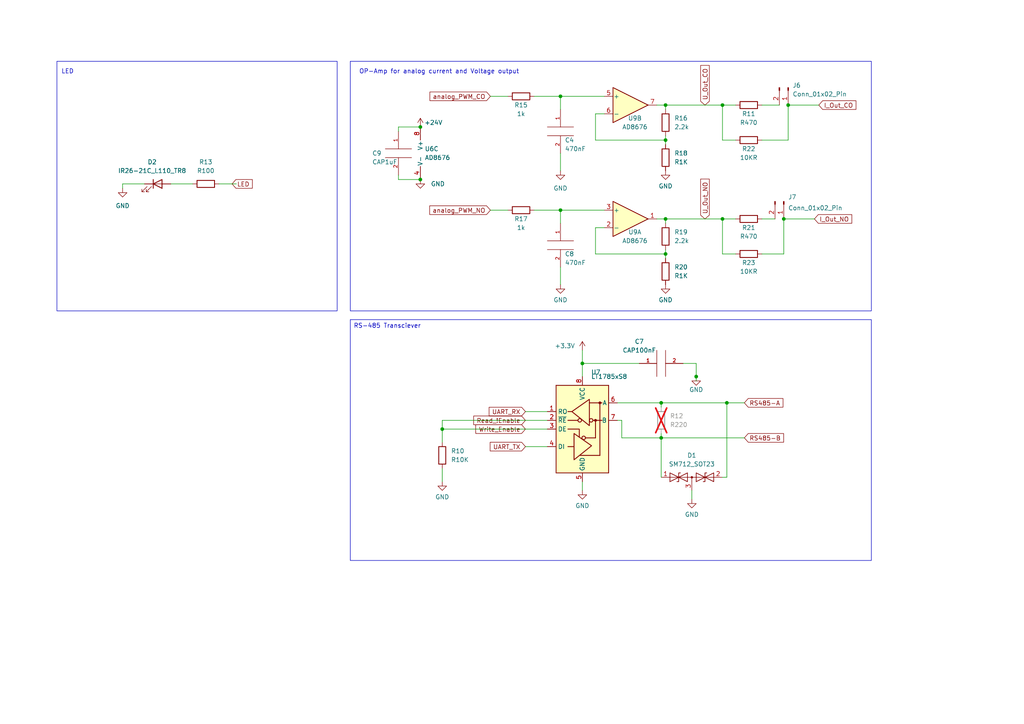
<source format=kicad_sch>
(kicad_sch (version 20230121) (generator eeschema)
  (paper "A4")
  (title_block (title "NO-CO Gas sensor") (date "2023-09-27") (comment 1 "Author: Felix Sarbach"))
  (lib_symbols
    (symbol "Amplifier_Operational:AD8676xR" (pin_names (offset 0.127))
      (property "Reference" "U" (at 2.54 6.35 0))
      (property "Value" "AD8676xR" (at 2.54 3.81 0))
      (symbol "AD8676xR_1_1"
        (polyline (pts (xy 5.08 0) (xy -5.08 5.08) (xy -5.08 -5.08) (xy 5.08 0)) (stroke (width 0.254)) (fill (type background)))
        (pin output line (at 7.62 0 180) (length 2.54) (name "~") (number "1"))
        (pin input line (at -7.62 -2.54 0) (length 2.54) (name "-") (number "2"))
        (pin input line (at -7.62 2.54 0) (length 2.54) (name "+") (number "3"))
      )
      (symbol "AD8676xR_2_1"
        (polyline (pts (xy 5.08 0) (xy -5.08 5.08) (xy -5.08 -5.08) (xy 5.08 0)) (stroke (width 0.254)) (fill (type background)))
        (pin input line (at -7.62 2.54 0) (length 2.54) (name "+") (number "5"))
        (pin input line (at -7.62 -2.54 0) (length 2.54) (name "-") (number "6"))
        (pin output line (at 7.62 0 180) (length 2.54) (name "~") (number "7"))
      )
      (symbol "AD8676xR_3_1"
        (pin power_in line (at 0 -7.62 90) (length 3.81) (name "V-") (number "4"))
        (pin power_in line (at 0 7.62 270) (length 3.81) (name "V+") (number "8"))
      )
    )
    (symbol "Connector:Conn_01x02_Pin" (pin_names (offset 1.016) hide)
      (property "Reference" "J" (at 0 2.54 0))
      (property "Value" "Conn_01x02_Pin" (at 0 -5.08 0))
      (symbol "Conn_01x02_Pin_1_1"
        (polyline (pts (xy 1.27 -2.54) (xy 0.8636 -2.54)) (stroke (width 0.1524)))
        (polyline (pts (xy 1.27 0) (xy 0.8636 0)) (stroke (width 0.1524)))
        (rectangle (start 0.8636 -2.413) (end 0 -2.667) (stroke (width 0.1524)) (fill (type outline)))
        (rectangle (start 0.8636 0.127) (end 0 -0.127) (stroke (width 0.1524)) (fill (type outline)))
        (pin passive line (at 5.08 0 180) (length 3.81) (name "Pin_1") (number "1"))
        (pin passive line (at 5.08 -2.54 180) (length 3.81) (name "Pin_2") (number "2"))
      )
    )
    (symbol "Device:R" (pin_numbers hide) (pin_names (offset 0))
      (property "Reference" "R" (at 2.032 0 90))
      (property "Value" "R" (at 0 0 90))
      (symbol "R_0_1"
        (rectangle (start -1.016 -2.54) (end 1.016 2.54) (stroke (width 0.254)))
      )
      (symbol "R_1_1"
        (pin passive line (at 0 3.81 270) (length 1.27) (name "~") (number "1"))
        (pin passive line (at 0 -3.81 90) (length 1.27) (name "~") (number "2"))
      )
    )
    (symbol "Diode:SM712_SOT23" (pin_names (offset 1.016) hide)
      (property "Reference" "D" (at 0 4.445 0))
      (property "Value" "SM712_SOT23" (at 0 2.54 0))
      (symbol "SM712_SOT23_0_0"
        (polyline (pts (xy 0 -1.27) (xy 0 0)))
      )
      (symbol "SM712_SOT23_0_1"
        (polyline (pts (xy -6.35 0) (xy 6.35 0)))
        (polyline (pts (xy -3.302 1.27) (xy -3.81 1.27) (xy -3.81 -1.27) (xy -4.318 -1.27)) (stroke (width 0.2032)))
        (polyline (pts (xy 4.318 1.27) (xy 3.81 1.27) (xy 3.81 -1.27) (xy 3.302 -1.27)) (stroke (width 0.2032)))
        (polyline (pts (xy -6.35 -1.27) (xy -1.27 1.27) (xy -1.27 -1.27) (xy -6.35 1.27) (xy -6.35 -1.27)) (stroke (width 0.2032)))
        (polyline (pts (xy 1.27 -1.27) (xy 1.27 1.27) (xy 6.35 -1.27) (xy 6.35 1.27) (xy 1.27 -1.27)) (stroke (width 0.2032)))
        (circle (center 0 0) (radius 0.254) (fill (type outline)))
      )
      (symbol "SM712_SOT23_1_1"
        (pin passive line (at -8.89 0 0) (length 2.54) (name "A1") (number "1"))
        (pin passive line (at 8.89 0 180) (length 2.54) (name "A2") (number "2"))
        (pin input line (at 0 -3.81 90) (length 2.54) (name "common") (number "3"))
      )
    )
    (symbol "Interface_UART:LT1785xS8"
      (property "Reference" "U" (at -6.985 13.97 0))
      (property "Value" "LT1785xS8" (at 7.62 13.97 0))
      (symbol "LT1785xS8_0_1"
        (rectangle (start -7.62 12.7) (end 7.62 -12.7) (stroke (width 0.254)) (fill (type background)))
        (polyline (pts (xy -4.191 2.54) (xy -1.27 2.54)) (stroke (width 0.254)))
        (polyline (pts (xy -2.54 -5.08) (xy -4.191 -5.08)) (stroke (width 0.254)))
        (polyline (pts (xy -0.635 -7.62) (xy 5.08 -7.62)) (stroke (width 0.254)))
        (polyline (pts (xy 0.889 -2.54) (xy 3.81 -2.54)) (stroke (width 0.254)))
        (polyline (pts (xy 2.032 7.62) (xy 5.715 7.62)) (stroke (width 0.254)))
        (polyline (pts (xy 3.048 2.54) (xy 5.715 2.54)) (stroke (width 0.254)))
        (polyline (pts (xy 3.81 -2.54) (xy 3.81 2.54)) (stroke (width 0.254)))
        (polyline (pts (xy 5.08 -7.62) (xy 5.08 7.62)) (stroke (width 0.254)))
        (polyline (pts (xy -4.191 0) (xy -0.889 0) (xy -0.889 -2.286)) (stroke (width 0.254)))
        (polyline (pts (xy -3.175 5.08) (xy -4.191 5.08) (xy -4.064 5.08)) (stroke (width 0.254)))
        (polyline (pts (xy -2.413 -5.08) (xy -2.413 -1.27) (xy 2.667 -4.826) (xy -2.413 -8.89) (xy -2.413 -5.08)) (stroke (width 0.254)))
        (circle (center 0.381 -2.54) (radius 0.508) (stroke (width 0.254)))
        (circle (center 3.81 2.54) (radius 0.2794) (stroke (width 0.254)) (fill (type outline)))
      )
      (symbol "LT1785xS8_1_1"
        (circle (center -0.762 2.54) (radius 0.508) (stroke (width 0.254)))
        (polyline (pts (xy 2.032 4.826) (xy 2.032 8.636) (xy -3.048 5.08) (xy 2.032 1.016) (xy 2.032 4.826)) (stroke (width 0.254)))
        (circle (center 2.54 2.54) (radius 0.508) (stroke (width 0.254)))
        (circle (center 5.08 7.62) (radius 0.2794) (stroke (width 0.254)) (fill (type outline)))
        (pin output line (at -10.16 5.08 0) (length 2.54) (name "RO") (number "1"))
        (pin input line (at -10.16 2.54 0) (length 2.54) (name "~{RE}") (number "2"))
        (pin input line (at -10.16 0 0) (length 2.54) (name "DE") (number "3"))
        (pin input line (at -10.16 -5.08 0) (length 2.54) (name "DI") (number "4"))
        (pin power_in line (at 0 -15.24 90) (length 2.54) (name "GND") (number "5"))
        (pin bidirectional line (at 10.16 7.62 180) (length 2.54) (name "A") (number "6"))
        (pin bidirectional line (at 10.16 2.54 180) (length 2.54) (name "B") (number "7"))
        (pin power_in line (at 0 15.24 270) (length 2.54) (name "VCC") (number "8"))
      )
    )
    (symbol "LED:IR26-21C_L110_TR8" (pin_numbers hide) (pin_names (offset 1.016) hide)
      (property "Reference" "D" (at 0 2.54 0))
      (property "Value" "IR26-21C_L110_TR8" (at 0 -3.81 0))
      (symbol "IR26-21C_L110_TR8_0_1"
        (polyline (pts (xy -1.27 -1.27) (xy -1.27 1.27)) (stroke (width 0.254)))
        (polyline (pts (xy -1.27 0) (xy 1.27 0)))
        (polyline (pts (xy 1.27 -1.27) (xy 1.27 1.27) (xy -1.27 0) (xy 1.27 -1.27)) (stroke (width 0.254)))
        (polyline (pts (xy -3.048 -0.762) (xy -4.572 -2.286) (xy -3.81 -2.286) (xy -4.572 -2.286) (xy -4.572 -1.524)))
        (polyline (pts (xy -1.778 -0.762) (xy -3.302 -2.286) (xy -2.54 -2.286) (xy -3.302 -2.286) (xy -3.302 -1.524)))
      )
      (symbol "IR26-21C_L110_TR8_1_1"
        (pin passive line (at -3.81 0 0) (length 2.54) (name "K") (number "1"))
        (pin passive line (at 3.81 0 180) (length 2.54) (name "A") (number "2"))
      )
    )
    (symbol "power:+24V" (power) (pin_names (offset 0))
      (property "Value" "+24V" (at 0 3.556 0))
      (symbol "+24V_0_1"
        (polyline (pts (xy -0.762 1.27) (xy 0 2.54)))
        (polyline (pts (xy 0 0) (xy 0 2.54)))
        (polyline (pts (xy 0 2.54) (xy 0.762 1.27)))
      )
      (symbol "+24V_1_1"
        (pin power_in line (at 0 0 90) (length 0) hide (name "+24V") (number "1"))
      )
    )
    (symbol "power:+3.3V" (power) (pin_names (offset 0))
      (property "Value" "+3.3V" (at 0 3.556 0))
      (symbol "+3.3V_0_1"
        (polyline (pts (xy -0.762 1.27) (xy 0 2.54)))
        (polyline (pts (xy 0 0) (xy 0 2.54)))
        (polyline (pts (xy 0 2.54) (xy 0.762 1.27)))
      )
      (symbol "+3.3V_1_1"
        (pin power_in line (at 0 0 90) (length 0) hide (name "+3.3V") (number "1"))
      )
    )
    (symbol "power:GND" (power) (pin_names (offset 0))
      (property "Value" "GND" (at 0 -3.81 0))
      (symbol "GND_0_1"
        (polyline (pts (xy 0 0) (xy 0 -1.27) (xy 1.27 -1.27) (xy 0 -2.54) (xy -1.27 -1.27) (xy 0 -1.27)))
      )
      (symbol "GND_1_1"
        (pin power_in line (at 0 0 270) (length 0) hide (name "GND") (number "1"))
      )
    )
    (symbol "pspice:CAP" (pin_names (offset 0.254))
      (property "Reference" "C" (at 2.54 3.81 90))
      (property "Value" "CAP" (at 2.54 -3.81 90))
      (symbol "CAP_0_1"
        (polyline (pts (xy -3.81 -1.27) (xy 3.81 -1.27)))
        (polyline (pts (xy -3.81 1.27) (xy 3.81 1.27)))
      )
      (symbol "CAP_1_1"
        (pin passive line (at 0 6.35 270) (length 5.08) (name "~") (number "1"))
        (pin passive line (at 0 -6.35 90) (length 5.08) (name "~") (number "2"))
      )
    )
  )
  (junction (at 210.82 116.84))
  (junction (at 191.77 127))
  (junction (at 128.27 124.46))
  (junction (at 227.33 63.5))
  (junction (at 162.56 27.94))
  (junction (at 209.55 30.48))
  (junction (at 191.77 116.84))
  (junction (at 228.6 30.48))
  (junction (at 193.04 73.66))
  (junction (at 209.55 63.5))
  (junction (at 201.93 109.22))
  (junction (at 162.56 60.96))
  (junction (at 121.92 36.83))
  (junction (at 193.04 40.64))
  (junction (at 121.92 52.07))
  (junction (at 168.91 105.41))
  (junction (at 193.04 63.5))
  (junction (at 193.04 30.48))
  (wire (pts (xy 162.56 27.94) (xy 175.26 27.94)))
  (wire (pts (xy 191.77 127) (xy 191.77 138.43)))
  (wire (pts (xy 172.72 73.66) (xy 193.04 73.66)))
  (wire (pts (xy 213.36 73.66) (xy 209.55 73.66)))
  (wire (pts (xy 191.77 127) (xy 215.9 127)))
  (wire (pts (xy 209.55 73.66) (xy 209.55 63.5)))
  (wire (pts (xy 168.91 101.6) (xy 168.91 105.41)))
  (wire (pts (xy 180.34 121.92) (xy 179.07 121.92)))
  (wire (pts (xy 193.04 63.5) (xy 209.55 63.5)))
  (wire (pts (xy 209.55 63.5) (xy 213.36 63.5)))
  (wire (pts (xy 201.93 110.49) (xy 201.93 109.22)))
  (wire (pts (xy 193.04 30.48) (xy 209.55 30.48)))
  (wire (pts (xy 115.57 36.83) (xy 115.57 38.1)))
  (wire (pts (xy 172.72 66.04) (xy 175.26 66.04)))
  (wire (pts (xy 152.4 119.38) (xy 158.75 119.38)))
  (wire (pts (xy 142.24 27.94) (xy 147.32 27.94)))
  (wire (pts (xy 193.04 63.5) (xy 190.5 63.5)))
  (wire (pts (xy 142.24 60.96) (xy 147.32 60.96)))
  (wire (pts (xy 168.91 139.7) (xy 168.91 142.24)))
  (wire (pts (xy 172.72 33.02) (xy 175.26 33.02)))
  (wire (pts (xy 210.82 138.43) (xy 210.82 116.84)))
  (wire (pts (xy 152.4 129.54) (xy 158.75 129.54)))
  (wire (pts (xy 115.57 52.07) (xy 121.92 52.07)))
  (wire (pts (xy 128.27 121.92) (xy 158.75 121.92)))
  (wire (pts (xy 193.04 63.5) (xy 193.04 64.77)))
  (wire (pts (xy 49.53 53.34) (xy 55.88 53.34)))
  (wire (pts (xy 172.72 40.64) (xy 193.04 40.64)))
  (wire (pts (xy 213.36 40.64) (xy 209.55 40.64)))
  (wire (pts (xy 193.04 40.64) (xy 193.04 41.91)))
  (wire (pts (xy 209.55 30.48) (xy 209.55 40.64)))
  (wire (pts (xy 220.98 63.5) (xy 224.79 63.5)))
  (wire (pts (xy 191.77 116.84) (xy 191.77 118.11)))
  (wire (pts (xy 162.56 60.96) (xy 175.26 60.96)))
  (wire (pts (xy 172.72 40.64) (xy 172.72 33.02)))
  (wire (pts (xy 162.56 64.77) (xy 162.56 60.96)))
  (wire (pts (xy 41.91 53.34) (xy 35.56 53.34)))
  (wire (pts (xy 162.56 77.47) (xy 162.56 82.55)))
  (wire (pts (xy 220.98 30.48) (xy 226.06 30.48)))
  (wire (pts (xy 228.6 30.48) (xy 237.49 30.48)))
  (wire (pts (xy 198.12 105.41) (xy 201.93 105.41)))
  (wire (pts (xy 128.27 128.27) (xy 128.27 124.46)))
  (wire (pts (xy 162.56 31.75) (xy 162.56 27.94)))
  (wire (pts (xy 191.77 116.84) (xy 210.82 116.84)))
  (wire (pts (xy 201.93 105.41) (xy 201.93 109.22)))
  (wire (pts (xy 191.77 125.73) (xy 191.77 127)))
  (wire (pts (xy 35.56 53.34) (xy 35.56 54.61)))
  (wire (pts (xy 190.5 30.48) (xy 193.04 30.48)))
  (wire (pts (xy 63.5 53.34) (xy 68.58 53.34)))
  (wire (pts (xy 128.27 124.46) (xy 158.75 124.46)))
  (wire (pts (xy 115.57 50.8) (xy 115.57 52.07)))
  (wire (pts (xy 180.34 127) (xy 191.77 127)))
  (wire (pts (xy 200.66 142.24) (xy 200.66 144.78)))
  (wire (pts (xy 210.82 116.84) (xy 215.9 116.84)))
  (wire (pts (xy 180.34 127) (xy 180.34 121.92)))
  (wire (pts (xy 220.98 73.66) (xy 227.33 73.66)))
  (wire (pts (xy 193.04 73.66) (xy 193.04 74.93)))
  (wire (pts (xy 172.72 73.66) (xy 172.72 66.04)))
  (wire (pts (xy 128.27 135.89) (xy 128.27 139.7)))
  (wire (pts (xy 236.22 63.5) (xy 227.33 63.5)))
  (wire (pts (xy 168.91 105.41) (xy 185.42 105.41)))
  (wire (pts (xy 193.04 72.39) (xy 193.04 73.66)))
  (wire (pts (xy 154.94 60.96) (xy 162.56 60.96)))
  (wire (pts (xy 193.04 39.37) (xy 193.04 40.64)))
  (wire (pts (xy 115.57 36.83) (xy 121.92 36.83)))
  (wire (pts (xy 209.55 138.43) (xy 210.82 138.43)))
  (wire (pts (xy 154.94 27.94) (xy 162.56 27.94)))
  (wire (pts (xy 228.6 30.48) (xy 228.6 40.64)))
  (wire (pts (xy 227.33 63.5) (xy 227.33 73.66)))
  (wire (pts (xy 162.56 49.53) (xy 162.56 44.45)))
  (wire (pts (xy 220.98 40.64) (xy 228.6 40.64)))
  (wire (pts (xy 209.55 30.48) (xy 213.36 30.48)))
  (wire (pts (xy 168.91 105.41) (xy 168.91 109.22)))
  (wire (pts (xy 128.27 121.92) (xy 128.27 124.46)))
  (wire (pts (xy 179.07 116.84) (xy 191.77 116.84)))
  (wire (pts (xy 193.04 30.48) (xy 193.04 31.75)))
  (rectangle (start 16.51 17.78) (end 97.79 90.17))
  (rectangle (start 101.6 17.78) (end 252.73 90.17))
  (text_box "RS-485 Transciever" (at 101.6 92.71 0) (size 151.13 69.85) (effects (font (size 1.27 1.27)) (justify left top)))
  (text "LED\n" (at 17.78 21.59 0) (effects (font (size 1.27 1.27)) (justify left bottom)))
  (text "OP-Amp for analog current and Voltage output\n" (at 104.14 21.59 0) (effects (font (size 1.27 1.27)) (justify left bottom)))
  (global_label "Write_Enable" (shape input) (at 152.4 124.46 180) (property "Intersheetrefs" "${INTERSHEET_REFS}" (effects hide)))
  (global_label "UART_TX" (shape input) (at 152.4 129.54 180) (property "Intersheetrefs" "${INTERSHEET_REFS}" (effects hide)))
  (global_label "RS485-A" (shape input) (at 215.9 116.84 0) (property "Intersheetrefs" "${INTERSHEET_REFS}" (effects hide)))
  (global_label "I_Out_CO" (shape input) (at 237.49 30.48 0) (property "Intersheetrefs" "${INTERSHEET_REFS}" (effects hide)))
  (global_label "I_Out_NO" (shape input) (at 236.22 63.5 0) (property "Intersheetrefs" "${INTERSHEET_REFS}" (effects hide)))
  (global_label "U_Out_NO" (shape input) (at 204.47 63.5 90) (property "Intersheetrefs" "${INTERSHEET_REFS}" (effects hide)))
  (global_label "Read_!Enable" (shape input) (at 152.4 121.92 180) (property "Intersheetrefs" "${INTERSHEET_REFS}" (effects hide)))
  (global_label "UART_RX" (shape input) (at 152.4 119.38 180) (property "Intersheetrefs" "${INTERSHEET_REFS}" (effects hide)))
  (global_label "U_Out_CO" (shape input) (at 204.47 30.48 90) (property "Intersheetrefs" "${INTERSHEET_REFS}" (effects hide)))
  (global_label "analog_PWM_CO" (shape input) (at 142.24 27.94 180) (property "Intersheetrefs" "${INTERSHEET_REFS}" (effects hide)))
  (global_label "analog_PWM_NO" (shape input) (at 142.24 60.96 180) (property "Intersheetrefs" "${INTERSHEET_REFS}" (effects hide)))
  (global_label "RS485-B" (shape input) (at 215.9 127 0) (property "Intersheetrefs" "${INTERSHEET_REFS}" (effects hide)))
  (global_label "LED" (shape input) (at 67.31 53.34 0) (property "Intersheetrefs" "${INTERSHEET_REFS}" (effects hide)))
  (symbol (lib_id "power:GND") (at 162.56 49.53 0) (unit 1)
    (property "Reference" "#PWR047" (effects hide))
    (property "Value" "GND" (at 162.56 54.61 0))
    (instances (project "RS485-Gassensor" (path "" (reference "#PWR047") (unit 1)) (path "" (reference "#PWR035") (unit 1))))
  )
  (symbol (lib_id "Device:R") (at 217.17 63.5 90) (unit 1)
    (property "Reference" "R21" (at 217.17 66.04 90))
    (property "Value" "R470" (at 217.17 68.58 90))
    (property "Footprint" "Resistor_SMD:R_1206_3216Metric_Pad1.30x1.75mm_HandSolder" (effects hide))
  )
  (symbol (lib_id "Device:R") (at 217.17 30.48 90) (unit 1)
    (property "Reference" "R11" (at 217.17 33.02 90))
    (property "Value" "R470" (at 217.17 35.56 90))
    (property "Footprint" "Resistor_SMD:R_1206_3216Metric_Pad1.30x1.75mm_HandSolder" (effects hide))
  )
  (symbol (lib_id "power:GND") (at 193.04 82.55 0) (unit 1)
    (property "Reference" "#PWR046" (effects hide))
    (property "Value" "GND" (at 193.04 86.995 0))
  )
  (symbol (lib_id "Amplifier_Operational:AD8676xR") (at 182.88 30.48 0) (unit 2)
    (property "Reference" "U9" (at 184.15 34.29 0))
    (property "Value" "AD8676" (at 184.15 36.83 0))
    (property "Footprint" "Package_SO:SOIC-8_3.9x4.9mm_P1.27mm" (effects hide))
    (property "Datasheet" "https://www.analog.com/media/en/technical-documentation/data-sheets/AD8676.pdf" (effects hide))
  )
  (symbol (lib_id "pspice:CAP") (at 115.57 44.45 0) (unit 1)
    (property "Reference" "C9" (at 107.95 44.45 0) (effects (justify left)))
    (property "Value" "CAP1uF" (at 107.95 46.99 0) (effects (justify left)))
    (property "Footprint" "Capacitor_SMD:C_1206_3216Metric" (effects hide))
  )
  (symbol (lib_id "Device:R") (at 193.04 78.74 0) (unit 1)
    (property "Reference" "R20" (at 195.58 77.47 0) (effects (justify left)))
    (property "Value" "R1K" (at 195.58 80.01 0) (effects (justify left)))
    (property "Footprint" "Resistor_SMD:R_0603_1608Metric" (effects hide))
  )
  (symbol (lib_id "Diode:SM712_SOT23") (at 200.66 138.43 0) (unit 1)
    (property "Reference" "D1" (at 200.66 132.08 0))
    (property "Value" "SM712_SOT23" (at 200.66 134.62 0))
    (property "Footprint" "Package_TO_SOT_SMD:SOT-23" (effects hide))
    (property "Datasheet" "https://www.littelfuse.com/~/media/electronics/datasheets/tvs_diode_arrays/littelfuse_tvs_diode_array_sm712_datasheet.pdf.pdf" (effects hide))
    (property "Alternative product" "CDSOT23-SM712 Bourns" (effects hide))
  )
  (symbol (lib_id "power:+3.3V") (at 168.91 101.6 0) (unit 1)
    (property "Reference" "#PWR034" (effects hide))
    (property "Value" "+3.3V" (at 163.83 100.33 0))
    (instances (project "RS485-Gassensor" (path "" (reference "#PWR034") (unit 1)) (path "" (reference "#PWR037") (unit 1))))
  )
  (symbol (lib_id "pspice:CAP") (at 162.56 38.1 0) (unit 1)
    (property "Reference" "C4" (at 163.83 40.64 0) (effects (justify left)))
    (property "Value" "470nF" (at 163.83 43.18 0) (effects (justify left)))
    (property "Footprint" "Capacitor_SMD:C_0603_1608Metric" (effects hide))
  )
  (symbol (lib_id "Device:R") (at 151.13 60.96 90) (unit 1)
    (property "Reference" "R17" (at 151.13 63.5 90))
    (property "Value" "1k" (at 151.13 66.04 90))
    (property "Footprint" "Resistor_SMD:R_0603_1608Metric" (effects hide))
  )
  (symbol (lib_id "power:GND") (at 193.04 49.53 0) (unit 1)
    (property "Reference" "#PWR049" (effects hide))
    (property "Value" "GND" (at 193.04 53.975 0))
    (instances (project "RS485-Gassensor" (path "" (reference "#PWR049") (unit 1)) (path "" (reference "#PWR042") (unit 1))))
  )
  (symbol (lib_id "power:+24V") (at 121.92 36.83 0) (unit 1)
    (property "Reference" "#PWR041" (effects hide))
    (property "Value" "+24V" (at 125.73 35.56 0))
    (instances (project "RS485-Gassensor" (path "" (reference "#PWR041") (unit 1)) (path "" (reference "#PWR041") (unit 1)) (path "" (reference "#PWR024") (unit 1))))
  )
  (symbol (lib_id "Amplifier_Operational:AD8676xR") (at 182.88 63.5 0) (unit 1)
    (property "Reference" "U9" (at 184.15 67.31 0))
    (property "Value" "AD8676" (at 184.15 69.85 0))
    (property "Footprint" "Package_SO:SOIC-8_3.9x4.9mm_P1.27mm" (effects hide))
    (property "Datasheet" "https://www.analog.com/media/en/technical-documentation/data-sheets/AD8676.pdf" (effects hide))
  )
  (symbol (lib_id "power:GND") (at 162.56 82.55 0) (unit 1)
    (property "Reference" "#PWR024" (effects hide))
    (property "Value" "GND" (at 162.56 86.995 0))
    (instances (project "RS485-Gassensor" (path "" (reference "#PWR024") (unit 1)) (path "" (reference "#PWR036") (unit 1))))
  )
  (symbol (lib_id "power:GND") (at 168.91 142.24 0) (unit 1)
    (property "Reference" "#PWR035" (effects hide))
    (property "Value" "GND" (at 168.91 146.685 0))
    (instances (project "RS485-Gassensor" (path "" (reference "#PWR035") (unit 1)) (path "" (reference "#PWR041") (unit 1))))
  )
  (symbol (lib_id "pspice:CAP") (at 191.77 105.41 90) (unit 1)
    (property "Reference" "C7" (at 185.42 99.06 90))
    (property "Value" "CAP100nF" (at 185.42 101.6 90))
    (property "Footprint" "Capacitor_SMD:C_0603_1608Metric" (effects hide))
  )
  (symbol (lib_id "Connector:Conn_01x02_Pin") (at 227.33 58.42 270) (unit 1)
    (property "Reference" "J7" (at 228.6 57.15 90) (effects (justify left)))
    (property "Value" "Conn_01x02_Pin" (at 228.6 60.325 90) (effects (justify left)))
    (property "Footprint" "Connector_PinHeader_2.54mm:PinHeader_1x02_P2.54mm_Vertical" (effects hide))
  )
  (symbol (lib_id "Amplifier_Operational:AD8676xR") (at 121.92 44.45 0) (unit 3)
    (property "Reference" "U6" (at 123.19 43.18 0) (effects (justify left)))
    (property "Value" "AD8676" (at 123.19 45.72 0) (effects (justify left)))
    (property "Footprint" "Package_SO:SOIC-8_3.9x4.9mm_P1.27mm" (effects hide))
    (property "Datasheet" "https://www.analog.com/media/en/technical-documentation/data-sheets/AD8676.pdf" (effects hide))
    (instances (project "RS485-Gassensor" (path "" (reference "U6") (unit 3)) (path "" (reference "U6") (unit 3)) (path "" (reference "U9") (unit 3))))
  )
  (symbol (lib_id "Device:R") (at 128.27 132.08 0) (unit 1)
    (property "Reference" "R10" (at 130.81 130.81 0) (effects (justify left)))
    (property "Value" "R10K" (at 130.81 133.35 0) (effects (justify left)))
    (property "Footprint" "Resistor_SMD:R_0603_1608Metric" (effects hide))
  )
  (symbol (lib_id "power:GND") (at 200.66 144.78 0) (unit 1)
    (property "Reference" "#PWR037" (effects hide))
    (property "Value" "GND" (at 200.66 149.225 0))
    (instances (project "RS485-Gassensor" (path "" (reference "#PWR037") (unit 1)) (path "" (reference "#PWR047") (unit 1))))
  )
  (symbol (lib_id "Device:R") (at 151.13 27.94 90) (unit 1)
    (property "Reference" "R15" (at 151.13 30.48 90))
    (property "Value" "1k" (at 151.13 33.02 90))
    (property "Footprint" "Resistor_SMD:R_0603_1608Metric" (effects hide))
  )
  (symbol (lib_id "LED:IR26-21C_L110_TR8") (at 45.72 53.34 0) (unit 1)
    (property "Reference" "D2" (at 44.1325 46.99 0))
    (property "Value" "IR26-21C_L110_TR8" (at 44.1325 49.53 0))
    (property "Footprint" "LED_SMD:LED_1206_3216Metric" (effects hide))
    (property "Datasheet" "http://www.everlight.com/file/ProductFile/IR26-21C-L110-TR8.pdf" (effects hide))
  )
  (symbol (lib_id "power:GND") (at 128.27 139.7 0) (unit 1)
    (property "Reference" "#PWR031" (effects hide))
    (property "Value" "GND" (at 128.27 144.145 0))
    (instances (project "RS485-Gassensor" (path "" (reference "#PWR031") (unit 1)) (path "" (reference "#PWR034") (unit 1))))
  )
  (symbol (lib_id "Device:R") (at 193.04 35.56 0) (unit 1)
    (property "Reference" "R16" (at 195.58 34.29 0) (effects (justify left)))
    (property "Value" "2.2k" (at 195.58 36.83 0) (effects (justify left)))
    (property "Footprint" "Resistor_SMD:R_0603_1608Metric" (effects hide))
  )
  (symbol (lib_id "Device:R") (at 193.04 45.72 0) (unit 1)
    (property "Reference" "R18" (at 195.58 44.45 0) (effects (justify left)))
    (property "Value" "R1K" (at 195.58 46.99 0) (effects (justify left)))
    (property "Footprint" "Resistor_SMD:R_0603_1608Metric" (effects hide))
  )
  (symbol (lib_id "Device:R") (at 191.77 121.92 0) (unit 1) (in_bom no) (dnp yes)
    (property "Reference" "R12" (at 194.31 120.65 0) (effects (justify left)))
    (property "Value" "R220" (at 194.31 123.19 0) (effects (justify left)))
    (property "Footprint" "Resistor_SMD:R_0603_1608Metric" (effects hide))
  )
  (symbol (lib_id "power:GND") (at 121.92 52.07 0) (unit 1)
    (property "Reference" "#PWR042" (effects hide))
    (property "Value" "GND" (at 127 53.34 0))
    (instances (project "RS485-Gassensor" (path "" (reference "#PWR042") (unit 1)) (path "" (reference "#PWR042") (unit 1)) (path "" (reference "#PWR031") (unit 1))))
  )
  (symbol (lib_id "Device:R") (at 217.17 40.64 90) (unit 1)
    (property "Reference" "R22" (at 217.17 43.18 90))
    (property "Value" "10KR" (at 217.17 45.72 90))
    (property "Footprint" "Resistor_SMD:R_0603_1608Metric" (effects hide))
  )
  (symbol (lib_id "Interface_UART:LT1785xS8") (at 168.91 124.46 0) (unit 1)
    (property "Reference" "U7" (at 171.45 107.95 0) (effects (justify left)))
    (property "Value" "LT1785xS8" (at 171.45 109.22 0) (effects (justify left)))
    (property "Footprint" "PCM_Package_SO_AKL:SOIC-8_3.9x4.9mm_P1.27mm" (effects hide))
    (property "Datasheet" "https://www.analog.com/media/en/technical-documentation/data-sheets/LT1785-1785A-1791-1791A.pdf" (effects hide))
  )
  (symbol (lib_id "Device:R") (at 59.69 53.34 90) (unit 1)
    (property "Reference" "R13" (at 59.69 46.99 90))
    (property "Value" "R100" (at 59.69 49.53 90))
    (property "Footprint" "Resistor_SMD:R_0603_1608Metric" (effects hide))
  )
  (symbol (lib_id "power:GND") (at 201.93 109.22 0) (unit 1)
    (property "Reference" "#PWR036" (effects hide))
    (property "Value" "GND" (at 201.93 113.03 0))
    (instances (project "RS485-Gassensor" (path "" (reference "#PWR036") (unit 1)) (path "" (reference "#PWR049") (unit 1))))
  )
  (symbol (lib_id "Connector:Conn_01x02_Pin") (at 228.6 25.4 270) (unit 1)
    (property "Reference" "J6" (at 229.87 24.765 90) (effects (justify left)))
    (property "Value" "Conn_01x02_Pin" (at 229.87 27.305 90) (effects (justify left)))
    (property "Footprint" "Connector_PinHeader_2.54mm:PinHeader_1x02_P2.54mm_Vertical" (effects hide))
  )
  (symbol (lib_id "pspice:CAP") (at 162.56 71.12 0) (unit 1)
    (property "Reference" "C8" (at 163.83 73.66 0) (effects (justify left)))
    (property "Value" "470nF" (at 163.83 76.2 0) (effects (justify left)))
    (property "Footprint" "Capacitor_SMD:C_0603_1608Metric" (effects hide))
  )
  (symbol (lib_id "Device:R") (at 217.17 73.66 90) (unit 1)
    (property "Reference" "R23" (at 217.17 76.2 90))
    (property "Value" "10KR" (at 217.17 78.74 90))
    (property "Footprint" "Resistor_SMD:R_0603_1608Metric" (effects hide))
  )
  (symbol (lib_id "power:GND") (at 35.56 54.61 0) (unit 1)
    (property "Reference" "#PWR06" (effects hide))
    (property "Value" "GND" (at 35.56 59.69 0))
  )
  (symbol (lib_id "Device:R") (at 193.04 68.58 0) (unit 1)
    (property "Reference" "R19" (at 195.58 67.31 0) (effects (justify left)))
    (property "Value" "2.2k" (at 195.58 69.85 0) (effects (justify left)))
    (property "Footprint" "Resistor_SMD:R_0603_1608Metric" (effects hide))
  )
)
</source>
